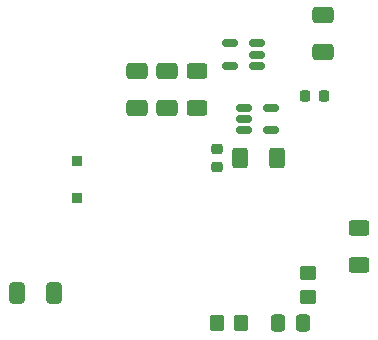
<source format=gbr>
%TF.GenerationSoftware,KiCad,Pcbnew,(6.0.6-0)*%
%TF.CreationDate,2022-11-06T01:19:23-08:00*%
%TF.ProjectId,Main Board,4d61696e-2042-46f6-9172-642e6b696361,rev?*%
%TF.SameCoordinates,Original*%
%TF.FileFunction,Paste,Top*%
%TF.FilePolarity,Positive*%
%FSLAX46Y46*%
G04 Gerber Fmt 4.6, Leading zero omitted, Abs format (unit mm)*
G04 Created by KiCad (PCBNEW (6.0.6-0)) date 2022-11-06 01:19:23*
%MOMM*%
%LPD*%
G01*
G04 APERTURE LIST*
G04 Aperture macros list*
%AMRoundRect*
0 Rectangle with rounded corners*
0 $1 Rounding radius*
0 $2 $3 $4 $5 $6 $7 $8 $9 X,Y pos of 4 corners*
0 Add a 4 corners polygon primitive as box body*
4,1,4,$2,$3,$4,$5,$6,$7,$8,$9,$2,$3,0*
0 Add four circle primitives for the rounded corners*
1,1,$1+$1,$2,$3*
1,1,$1+$1,$4,$5*
1,1,$1+$1,$6,$7*
1,1,$1+$1,$8,$9*
0 Add four rect primitives between the rounded corners*
20,1,$1+$1,$2,$3,$4,$5,0*
20,1,$1+$1,$4,$5,$6,$7,0*
20,1,$1+$1,$6,$7,$8,$9,0*
20,1,$1+$1,$8,$9,$2,$3,0*%
G04 Aperture macros list end*
%ADD10RoundRect,0.250000X-0.350000X-0.450000X0.350000X-0.450000X0.350000X0.450000X-0.350000X0.450000X0*%
%ADD11RoundRect,0.250000X-0.450000X0.350000X-0.450000X-0.350000X0.450000X-0.350000X0.450000X0.350000X0*%
%ADD12RoundRect,0.250000X0.400000X0.625000X-0.400000X0.625000X-0.400000X-0.625000X0.400000X-0.625000X0*%
%ADD13RoundRect,0.250000X-0.625000X0.400000X-0.625000X-0.400000X0.625000X-0.400000X0.625000X0.400000X0*%
%ADD14RoundRect,0.218750X0.218750X0.256250X-0.218750X0.256250X-0.218750X-0.256250X0.218750X-0.256250X0*%
%ADD15RoundRect,0.218750X-0.256250X0.218750X-0.256250X-0.218750X0.256250X-0.218750X0.256250X0.218750X0*%
%ADD16RoundRect,0.250000X-0.650000X0.412500X-0.650000X-0.412500X0.650000X-0.412500X0.650000X0.412500X0*%
%ADD17RoundRect,0.250000X-0.337500X-0.475000X0.337500X-0.475000X0.337500X0.475000X-0.337500X0.475000X0*%
%ADD18RoundRect,0.150000X0.512500X0.150000X-0.512500X0.150000X-0.512500X-0.150000X0.512500X-0.150000X0*%
%ADD19R,0.950000X0.900000*%
%ADD20RoundRect,0.250000X-0.412500X-0.650000X0.412500X-0.650000X0.412500X0.650000X-0.412500X0.650000X0*%
%ADD21RoundRect,0.150000X-0.512500X-0.150000X0.512500X-0.150000X0.512500X0.150000X-0.512500X0.150000X0*%
G04 APERTURE END LIST*
D10*
%TO.C,R5*%
X120500000Y-126500000D03*
X118500000Y-126500000D03*
%TD*%
D11*
%TO.C,R4*%
X126250000Y-124250000D03*
X126250000Y-122250000D03*
%TD*%
D12*
%TO.C,R3*%
X123550000Y-112500000D03*
X120450000Y-112500000D03*
%TD*%
D13*
%TO.C,R1*%
X130500000Y-118450000D03*
X130500000Y-121550000D03*
%TD*%
D14*
%TO.C,D3*%
X127537500Y-107250000D03*
X125962500Y-107250000D03*
%TD*%
D15*
%TO.C,D2*%
X118500000Y-111712500D03*
X118500000Y-113287500D03*
%TD*%
D16*
%TO.C,C5*%
X127500000Y-100437500D03*
X127500000Y-103562500D03*
%TD*%
D17*
%TO.C,C3*%
X123712500Y-126500000D03*
X125787500Y-126500000D03*
%TD*%
D18*
%TO.C,U4*%
X121887500Y-104700000D03*
X121887500Y-103750000D03*
X121887500Y-102800000D03*
X119612500Y-102800000D03*
X119612500Y-104700000D03*
%TD*%
D16*
%TO.C,C4*%
X114300000Y-105117500D03*
X114300000Y-108242500D03*
%TD*%
%TO.C,C2*%
X111760000Y-105117500D03*
X111760000Y-108242500D03*
%TD*%
D19*
%TO.C,D1*%
X106680000Y-112725000D03*
X106680000Y-115875000D03*
%TD*%
D20*
%TO.C,C1*%
X101561500Y-123952000D03*
X104686500Y-123952000D03*
%TD*%
D21*
%TO.C,U3*%
X120782500Y-108270000D03*
X120782500Y-109220000D03*
X120782500Y-110170000D03*
X123057500Y-110170000D03*
X123057500Y-108270000D03*
%TD*%
D13*
%TO.C,R2*%
X116840000Y-105130000D03*
X116840000Y-108230000D03*
%TD*%
M02*

</source>
